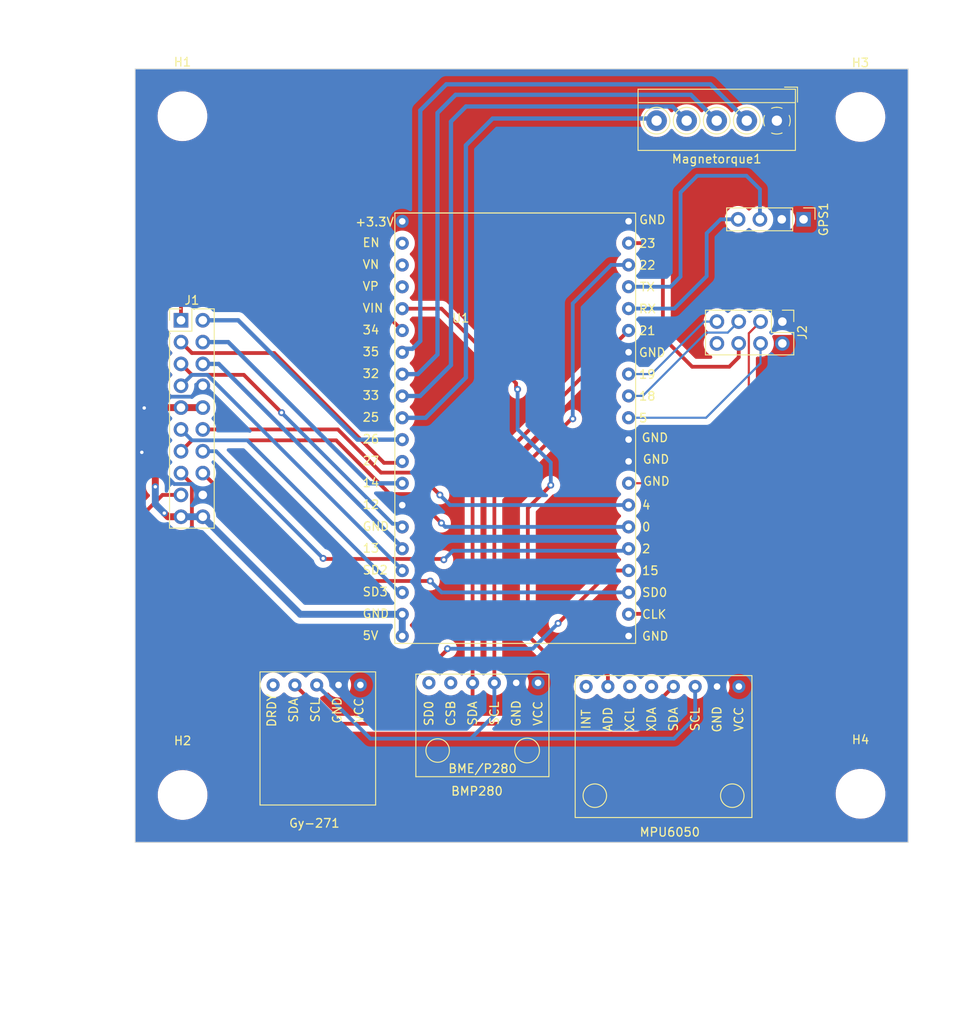
<source format=kicad_pcb>
(kicad_pcb (version 20221018) (generator pcbnew)
  (layers (0 "F.Cu" signal) (31 "B.Cu" signal) (34 "B.Paste" user) (35 "F.Paste" user) (36 "B.SilkS" user "B.Silkscreen") (37 "F.SilkS" user "F.Silkscreen") (38 "B.Mask" user) (39 "F.Mask" user) (44 "Edge.Cuts" user))
  (net 0 "")
  (net 1 "+3.3V")
  (net 2 "Earth")
  (net 3 "SCL")
  (net 4 "SDA")
  (net 6 "G32")
  (net 7 "G33")
  (net 8 "G25")
  (net 9 "G26")
  (net 12 "AD0")
  (net 17 "G35")
  (net 18 "G27")
  (net 19 "G14")
  (net 20 "G12")
  (net 21 "G13")
  (net 22 "SD2")
  (net 23 "SD3")
  (net 24 "CMD")
  (net 25 "+5V")
  (net 26 "MOSI")
  (net 27 "TX")
  (net 28 "RX")
  (net 29 "MISO")
  (net 30 "SCK")
  (net 31 "CNS")
  (net 32 "CE")
  (net 33 "0")
  (net 34 "2")
  (net 35 "15")
  (net 36 "SD1")
  (net 37 "SD0")
  (net 38 "CLK")
  (footprint "MountingHole:MountingHole_5.3mm_M5" (layer "F.Cu") (at 101.65 53.735)
    (fp_text reference "H1" (at 0 -6.3) (layer "F.SilkS"))
    (fp_text value "MountingHole")
    (pad "" np_thru_hole circle (at 0 0) (size 5.3 5.3) (drill 5.3) (layers "*.Cu" "*.Mask"))
  )
  (footprint "Connector_PinHeader_2.54mm:PinHeader_1x04_P2.54mm_Vertical" (layer "F.Cu") (at 173.96 65.73 -90)
    (fp_text reference "GPS1" (at 0 -2.33 90) (layer "F.SilkS"))
    (fp_text value "Conn_01x04_Pin" hide)
    (fp_line (start -1.33 -1.33) (end 0 -1.33) (stroke (width 0.12)) (layer "F.SilkS"))
    (fp_line (start -1.33 0) (end -1.33 -1.33) (stroke (width 0.12)) (layer "F.SilkS"))
    (fp_line (start -1.33 1.27) (end -1.33 8.95) (stroke (width 0.12)) (layer "F.SilkS"))
    (fp_line (start -1.33 1.27) (end 1.33 1.27) (stroke (width 0.12)) (layer "F.SilkS"))
    (fp_line (start -1.33 8.95) (end 1.33 8.95) (stroke (width 0.12)) (layer "F.SilkS"))
    (fp_line (start 1.33 1.27) (end 1.33 8.95) (stroke (width 0.12)) (layer "F.SilkS"))
    (pad "1" thru_hole rect (at 0 0 270) (size 1.7 1.7) (drill 1) (layers "*.Cu" "*.Mask") (net 1 "+3.3V"))
    (pad "2" thru_hole oval (at 0 2.54 270) (size 1.7 1.7) (drill 1) (layers "*.Cu" "*.Mask") (net 2 "Earth"))
    (pad "3" thru_hole oval (at 0 5.08 270) (size 1.7 1.7) (drill 1) (layers "*.Cu" "*.Mask") (net 27 "TX"))
    (pad "4" thru_hole oval (at 0 7.62 270) (size 1.7 1.7) (drill 1) (layers "*.Cu" "*.Mask") (net 28 "RX"))
  )
  (footprint "MountingHole:MountingHole_5.3mm_M5" (layer "F.Cu") (at 180.59 132.575)
    (fp_text reference "H4" (at 0 -6.3) (layer "F.SilkS"))
    (fp_text value "MountingHole")
    (pad "" np_thru_hole circle (at 0 0) (size 5.3 5.3) (drill 5.3) (layers "*.Cu" "*.Mask"))
  )
  (footprint "Library:module_mpu6050" (layer "F.Cu") (at 148.643 120.09 -90)
    (fp_text reference "MPU6050" (at 16.945 -9.747) (layer "F.SilkS"))
    (fp_text value "Conn_01x08_Pin")
    (fp_text user "VCC" (at 3.81 -17.78 90) (layer "F.SilkS"))
    (fp_text user "SDA" (at 3.81 -10.16 90) (layer "F.SilkS"))
    (fp_text user "SCL" (at 3.81 -12.7 90) (layer "F.SilkS"))
    (fp_text user "XCL" (at 3.81 -5.08 90) (layer "F.SilkS"))
    (fp_text user "XDA" (at 3.81 -7.62 90) (layer "F.SilkS"))
    (fp_text user "GND" (at 3.81 -15.24 90) (layer "F.SilkS"))
    (fp_text user "ADD" (at 3.81 -2.54 90) (layer "F.SilkS"))
    (fp_text user "INT" (at 3.81 0 90) (layer "F.SilkS"))
    (fp_line (start -1.27 -19.304) (end 15.24 -19.304) (stroke (width 0.12)) (layer "F.SilkS"))
    (fp_line (start -1.27 1.27) (end -1.27 -19.304) (stroke (width 0.12)) (layer "F.SilkS"))
    (fp_line (start 15.24 -19.304) (end 15.24 1.27) (stroke (width 0.12)) (layer "F.SilkS"))
    (fp_line (start 15.24 1.27) (end -1.27 1.27) (stroke (width 0.12)) (layer "F.SilkS"))
    (fp_circle (center 12.7 -17.018) (end 13.208 -15.748) (stroke (width 0.12)) (fill none) (layer "F.SilkS"))
    (fp_circle (center 12.7 -1.016) (end 13.208 0.254) (stroke (width 0.12)) (fill none) (layer "F.SilkS"))
    (pad "1" thru_hole circle (at 0 -17.78 270) (size 1.524 1.524) (drill 0.762) (layers "*.Cu" "*.Mask") (net 1 "+3.3V"))
    (pad "2" thru_hole circle (at 0 -15.24 270) (size 1.524 1.524) (drill 0.762) (layers "*.Cu" "*.Mask") (net 2 "Earth"))
    (pad "3" thru_hole circle (at 0 -12.7 270) (size 1.524 1.524) (drill 0.762) (layers "*.Cu" "*.Mask") (net 3 "SCL"))
    (pad "4" thru_hole circle (at 0 -10.16 270) (size 1.524 1.524) (drill 0.762) (layers "*.Cu" "*.Mask") (net 4 "SDA"))
    (pad "5" thru_hole circle (at 0 -7.62 270) (size 1.524 1.524) (drill 0.762) (layers "*.Cu" "*.Mask"))
    (pad "6" thru_hole circle (at 0 -5.08 270) (size 1.524 1.524) (drill 0.762) (layers "*.Cu" "*.Mask"))
    (pad "7" thru_hole circle (at 0 -2.54 270) (size 1.524 1.524) (drill 0.762) (layers "*.Cu" "*.Mask") (net 12 "AD0"))
    (pad "8" thru_hole circle (at 0 0 270) (size 1.524 1.524) (drill 0.762) (layers "*.Cu" "*.Mask"))
  )
  (footprint "TerminalBlock_4Ucon:TerminalBlock_4Ucon_1x05_P3.50mm_Horizontal" (layer "F.Cu") (at 170.85 54.25 180)
    (fp_text reference "Magnetorque1" (at 7 -4.46) (layer "F.SilkS"))
    (fp_text value "Screw_Terminal_01x05")
    (fp_line (start -2.4 2.16) (end -2.4 3.9) (stroke (width 0.12)) (layer "F.SilkS"))
    (fp_line (start -2.4 3.9) (end -0.9 3.9) (stroke (width 0.12)) (layer "F.SilkS"))
    (fp_line (start -2.16 -3.46) (end -2.16 3.66) (stroke (width 0.12)) (layer "F.SilkS"))
    (fp_line (start -2.16 -3.46) (end 16.16 -3.46) (stroke (width 0.12)) (layer "F.SilkS"))
    (fp_line (start -2.16 2.1) (end 16.16 2.1) (stroke (width 0.12)) (layer "F.SilkS"))
    (fp_line (start -2.16 3.66) (end 16.16 3.66) (stroke (width 0.12)) (layer "F.SilkS"))
    (fp_line (start 16.16 -3.46) (end 16.16 3.66) (stroke (width 0.12)) (layer "F.SilkS"))
    (fp_arc (start -1.432109 0.607742) (mid -1.555727 -0.00014) (end -1.432 -0.608) (stroke (width 0.12)) (layer "F.SilkS"))
    (fp_arc (start -0.607742 -1.432109) (mid 0.00014 -1.555727) (end 0.608 -1.432) (stroke (width 0.12)) (layer "F.SilkS"))
    (fp_arc (start 0.027011 1.555493) (mid -0.296984 1.527118) (end -0.608 1.432) (stroke (width 0.12)) (layer "F.SilkS"))
    (fp_arc (start 0.607587 1.431385) (mid 0.310017 1.523783) (end 0 1.555) (stroke (width 0.12)) (layer "F.SilkS"))
    (fp_arc (start 1.432109 -0.607742) (mid 1.555727 0.00014) (end 1.432 0.608) (stroke (width 0.12)) (layer "F.SilkS"))
    (fp_circle (center 3.5 0) (end 5.055 0) (stroke (width 0.12)) (fill none) (layer "F.SilkS"))
    (fp_circle (center 7 0) (end 8.555 0) (stroke (width 0.12)) (fill none) (layer "F.SilkS"))
    (fp_circle (center 10.5 0) (end 12.055 0) (stroke (width 0.12)) (fill none) (layer "F.SilkS"))
    (fp_circle (center 14 0) (end 15.555 0) (stroke (width 0.12)) (fill none) (layer "F.SilkS"))
    (pad "1" thru_hole rect (at 0 0 180) (size 2.4 2.4) (drill 1.2) (layers "*.Cu" "*.Mask") (net 2 "Earth"))
    (pad "2" thru_hole circle (at 3.5 0 180) (size 2.4 2.4) (drill 1.2) (layers "*.Cu" "*.Mask") (net 6 "G32"))
    (pad "3" thru_hole circle (at 7 0 180) (size 2.4 2.4) (drill 1.2) (layers "*.Cu" "*.Mask") (net 7 "G33"))
    (pad "4" thru_hole circle (at 10.5 0 180) (size 2.4 2.4) (drill 1.2) (layers "*.Cu" "*.Mask") (net 8 "G25"))
    (pad "5" thru_hole circle (at 14 0 180) (size 2.4 2.4) (drill 1.2) (layers "*.Cu" "*.Mask") (net 9 "G26"))
  )
  (footprint "MountingHole:MountingHole_5.3mm_M5" (layer "F.Cu") (at 101.67 132.705)
    (fp_text reference "H2" (at 0 -6.3) (layer "F.SilkS"))
    (fp_text value "MountingHole")
    (pad "" np_thru_hole circle (at 0 0) (size 5.3 5.3) (drill 5.3) (layers "*.Cu" "*.Mask"))
  )
  (footprint "Library:module_bme280" (layer "F.Cu") (at 130.6 124.74 -90)
    (fp_text reference "BMP280" (at 7.523 -5.339) (layer "F.SilkS"))
    (fp_text value "Conn_01x06_Pin")
    (fp_text user "CSB" (at -1.524 -2.286 90) (layer "F.SilkS"))
    (fp_text user "BME/P280" (at 4.903 -5.989) (layer "F.SilkS"))
    (fp_text user "SCL" (at -1.524 -7.366 90) (layer "F.SilkS"))
    (fp_text user "SD0" (at -1.524 0.254 90) (layer "F.SilkS"))
    (fp_text user "SDA" (at -1.524 -4.826 90) (layer "F.SilkS"))
    (fp_text user "GND" (at -1.524 -9.906 90) (layer "F.SilkS"))
    (fp_text user "VCC" (at -1.524 -12.446 90) (layer "F.SilkS"))
    (fp_line (start -6.096 -13.716) (end -6.096 1.778) (stroke (width 0.12)) (layer "F.SilkS"))
    (fp_line (start -6.096 1.778) (end 5.842 1.778) (stroke (width 0.12)) (layer "F.SilkS"))
    (fp_line (start 5.842 -13.716) (end -6.096 -13.716) (stroke (width 0.12)) (layer "F.SilkS"))
    (fp_line (start 5.842 1.778) (end 5.842 -13.716) (stroke (width 0.12)) (layer "F.SilkS"))
    (fp_circle (center 2.794 -11.176) (end 3.81 -10.16) (stroke (width 0.12)) (fill none) (layer "F.SilkS"))
    (fp_circle (center 2.794 -0.762) (end 3.302 0.508) (stroke (width 0.12)) (fill none) (layer "F.SilkS"))
    (pad "1" thru_hole circle (at -5.08 -12.446 270) (size 1.524 1.524) (drill 0.762) (layers "*.Cu" "*.Mask") (net 1 "+3.3V"))
    (pad "2" thru_hole circle (at -5.08 -9.906 270) (size 1.524 1.524) (drill 0.762) (layers "*.Cu" "*.Mask") (net 2 "Earth"))
    (pad "3" thru_hole circle (at -5.08 -7.366 270) (size 1.524 1.524) (drill 0.762) (layers "*.Cu" "*.Mask") (net 3 "SCL"))
    (pad "4" thru_hole circle (at -5.08 -4.826 270) (size 1.524 1.524) (drill 0.762) (layers "*.Cu" "*.Mask") (net 4 "SDA"))
    (pad "5" thru_hole circle (at -5.08 -2.286 270) (size 1.524 1.524) (drill 0.762) (layers "*.Cu" "*.Mask"))
    (pad "6" thru_hole circle (at -5.08 0.254 270) (size 1.524 1.524) (drill 0.762) (layers "*.Cu" "*.Mask"))
  )
  (footprint "Library:Hmc5883l Gy271" (layer "F.Cu") (at 124.111 115.503 -90)
    (fp_text reference "Gy-271" (at 20.492 7.101 unlocked) (layer "F.SilkS"))
    (fp_text value "Conn_01x05_Pin")
    (fp_text user "VCC" (at 7.36 1.91 90) (layer "F.SilkS"))
    (fp_text user "SCL" (at 7.36 6.99 90) (layer "F.SilkS"))
    (fp_text user "SDA" (at 7.36 9.53 90) (layer "F.SilkS"))
    (fp_text user "GND" (at 7.36 4.45 90) (layer "F.SilkS"))
    (fp_text user "DRDY" (at 7.36 12.07 90) (layer "F.SilkS"))
    (fp_line (start 2.88 -0.03) (end 18.374 -0.03) (stroke (width 0.12)) (layer "F.SilkS"))
    (fp_line (start 2.88 13.432) (end 2.88 -0.03) (stroke (width 0.12)) (layer "F.SilkS"))
    (fp_line (start 18.374 -0.03) (end 18.374 13.432) (stroke (width 0.12)) (layer "F.SilkS"))
    (fp_line (start 18.374 13.432) (end 2.88 13.432) (stroke (width 0.12)) (layer "F.SilkS"))
    (pad "1" thru_hole circle (at 4.404 1.748 270) (size 1.524 1.524) (drill 0.762) (layers "*.Cu" "*.Mask") (net 1 "+3.3V"))
    (pad "2" thru_hole circle (at 4.404 4.288 270) (size 1.524 1.524) (drill 0.762) (layers "*.Cu" "*.Mask") (net 2 "Earth"))
    (pad "3" thru_hole circle (at 4.404 6.828 270) (size 1.524 1.524) (drill 0.762) (layers "*.Cu" "*.Mask") (net 3 "SCL"))
    (pad "4" thru_hole circle (at 4.404 9.368 270) (size 1.524 1.524) (drill 0.762) (layers "*.Cu" "*.Mask") (net 4 "SDA"))
    (pad "5" thru_hole circle (at 4.404 11.908 270) (size 1.524 1.524) (drill 0.762) (layers "*.Cu" "*.Mask"))
  )
  (footprint "Connector_PinHeader_2.54mm:PinHeader_2x04_P2.54mm_Vertical" (layer "F.Cu") (at 171.49 77.63 -90)
    (fp_text reference "J2" (at 1.27 -2.33 90) (layer "F.SilkS"))
    (fp_text value "Conn_02x04_Top_Bottom")
    (fp_line (start -1.33 -1.33) (end 0 -1.33) (stroke (width 0.12)) (layer "F.SilkS"))
    (fp_line (start -1.33 0) (end -1.33 -1.33) (stroke (width 0.12)) (layer "F.SilkS"))
    (fp_line (start -1.33 1.27) (end -1.33 8.95) (stroke (width 0.12)) (layer "F.SilkS"))
    (fp_line (start -1.33 1.27) (end 1.27 1.27) (stroke (width 0.12)) (layer "F.SilkS"))
    (fp_line (start -1.33 8.95) (end 3.87 8.95) (stroke (width 0.12)) (layer "F.SilkS"))
    (fp_line (start 1.27 -1.33) (end 3.87 -1.33) (stroke (width 0.12)) (layer "F.SilkS"))
    (fp_line (start 1.27 1.27) (end 1.27 -1.33) (stroke (width 0.12)) (layer "F.SilkS"))
    (fp_line (start 3.87 -1.33) (end 3.87 8.95) (stroke (width 0.12)) (layer "F.SilkS"))
    (pad "1" thru_hole rect (at 0 0 270) (size 1.7 1.7) (drill 1) (layers "*.Cu" "*.Mask") (net 2 "Earth"))
    (pad "2" thru_hole oval (at 0 2.54 270) (size 1.7 1.7) (drill 1) (layers "*.Cu" "*.Mask") (net 32 "CE"))
    (pad "3" thru_hole oval (at 0 5.08 270) (size 1.7 1.7) (drill 1) (layers "*.Cu" "*.Mask") (net 30 "SCK"))
    (pad "4" thru_hole oval (at 0 7.62 270) (size 1.7 1.7) (drill 1) (layers "*.Cu" "*.Mask") (net 29 "MISO"))
    (pad "5" thru_hole oval (at 2.54 0 270) (size 1.7 1.7) (drill 1) (layers "*.Cu" "*.Mask") (net 1 "+3.3V"))
    (pad "6" thru_hole oval (at 2.54 2.54 270) (size 1.7 1.7) (drill 1) (layers "*.Cu" "*.Mask") (net 31 "CNS"))
    (pad "7" thru_hole oval (at 2.54 5.08 270) (size 1.7 1.7) (drill 1) (layers "*.Cu" "*.Mask") (net 26 "MOSI"))
    (pad "8" thru_hole oval (at 2.54 7.62 270) (size 1.7 1.7) (drill 1) (layers "*.Cu" "*.Mask"))
  )
  (footprint "Connector_PinHeader_2.54mm:PinHeader_2x10_P2.54mm_Vertical" (layer "F.Cu") (at 101.48 77.475)
    (fp_text reference "J1" (at 1.27 -2.33) (layer "F.SilkS"))
    (fp_text value "Conn_02x10_Top_Bottom")
    (fp_line (start -1.33 -1.33) (end 0 -1.33) (stroke (width 0.12)) (layer "F.SilkS"))
    (fp_line (start -1.33 0) (end -1.33 -1.33) (stroke (width 0.12)) (layer "F.SilkS"))
    (fp_line (start -1.33 1.27) (end -1.33 24.19) (stroke (width 0.12)) (layer "F.SilkS"))
    (fp_line (start -1.33 1.27) (end 1.27 1.27) (stroke (width 0.12)) (layer "F.SilkS"))
    (fp_line (start -1.33 24.19) (end 3.87 24.19) (stroke (width 0.12)) (layer "F.SilkS"))
    (fp_line (start 1.27 -1.33) (end 3.87 -1.33) (stroke (width 0.12)) (layer "F.SilkS"))
    (fp_line (start 1.27 1.27) (end 1.27 -1.33) (stroke (width 0.12)) (layer "F.SilkS"))
    (fp_line (start 3.87 -1.33) (end 3.87 24.19) (stroke (width 0.12)) (layer "F.SilkS"))
    (pad "1" thru_hole rect (at 0 0) (size 1.7 1.7) (drill 1) (layers "*.Cu" "*.Mask") (net 17 "G35"))
    (pad "2" thru_hole oval (at 2.54 0) (size 1.7 1.7) (drill 1) (layers "*.Cu" "*.Mask") (net 18 "G27"))
    (pad "3" thru_hole oval (at 0 2.54) (size 1.7 1.7) (drill 1) (layers "*.Cu" "*.Mask") (net 19 "G14"))
    (pad "4" thru_hole oval (at 2.54 2.54) (size 1.7 1.7) (drill 1) (layers "*.Cu" "*.Mask") (net 20 "G12"))
    (pad "5" thru_hole oval (at 0 5.08) (size 1.7 1.7) (drill 1) (layers "*.Cu" "*.Mask") (net 21 "G13"))
    (pad "6" thru_hole oval (at 2.54 5.08) (size 1.7 1.7) (drill 1) (layers "*.Cu" "*.Mask") (net 22 "SD2"))
    (pad "7" thru_hole oval (at 0 7.62) (size 1.7 1.7) (drill 1) (layers "*.Cu" "*.Mask") (net 23 "SD3"))
    (pad "8" thru_hole oval (at 2.54 7.62) (size 1.7 1.7) (drill 1) (layers "*.Cu" "*.Mask") (net 2 "Earth"))
    (pad "9" thru_hole oval (at 0 10.16) (size 1.7 1.7) (drill 1) (layers "*.Cu" "*.Mask") (net 25 "+5V"))
    (pad "10" thru_hole oval (at 2.54 10.16) (size 1.7 1.7) (drill 1) (layers "*.Cu" "*.Mask") (net 25 "+5V"))
    (pad "11" thru_hole oval (at 0 12.7) (size 1.7 1.7) (drill 1) (layers "*.Cu" "*.Mask") (net 24 "CMD"))
    (pad "12" thru_hole oval (at 2.54 12.7) (size 1.7 1.7) (drill 1) (layers "*.Cu" "*.Mask") (net 33 "0"))
    (pad "13" thru_hole oval (at 0 15.24) (size 1.7 1.7) (drill 1) (layers "*.Cu" "*.Mask") (net 34 "2"))
    (pad "14" thru_hole oval (at 2.54 15.24) (size 1.7 1.7) (drill 1) (layers "*.Cu" "*.Mask") (net 35 "15"))
    (pad "15" thru_hole oval (at 0 17.78) (size 1.7 1.7) (drill 1) (layers "*.Cu" "*.Mask") (net 36 "SD1"))
    (pad "16" thru_hole oval (at 2.54 17.78) (size 1.7 1.7) (drill 1) (layers "*.Cu" "*.Mask") (net 37 "SD0"))
    (pad "17" thru_hole oval (at 0 20.32) (size 1.7 1.7) (drill 1) (layers "*.Cu" "*.Mask") (net 38 "CLK"))
    (pad "18" thru_hole oval (at 2.54 20.32) (size 1.7 1.7) (drill 1) (layers "*.Cu" "*.Mask") (net 2 "Earth"))
    (pad "19" thru_hole oval (at 0 22.86) (size 1.7 1.7) (drill 1) (layers "*.Cu" "*.Mask") (net 25 "+5V"))
    (pad "20" thru_hole oval (at 2.54 22.86) (size 1.7 1.7) (drill 1) (layers "*.Cu" "*.Mask") (net 25 "+5V"))
  )
  (footprint "Library:ESP32 WROVER FREENOVE" (layer "F.Cu") (at 126.38 64.995)
    (fp_text reference "U1" (at 7.67 12.23 unlocked) (layer "F.SilkS"))
    (fp_text value "~")
    (fp_text user "SD3" (at -3.84 44.67 unlocked) (layer "F.SilkS") (effects (justify left bottom)))
    (fp_text user "CLK" (at 28.69 47.28 unlocked) (layer "F.SilkS") (effects (justify left bottom)))
    (fp_text user "22" (at 28.33 6.66 unlocked) (layer "F.SilkS") (effects (justify left bottom)))
    (fp_text user "27" (at -3.84 29.43 unlocked) (layer "F.SilkS") (effects (justify left bottom)))
    (fp_text user "GND" (at 28.83 31.8 unlocked) (layer "F.SilkS") (effects (justify left bottom)))
    (fp_text user "5" (at 28.33 24.44 unlocked) (layer "F.SilkS") (effects (justify left bottom)))
    (fp_text user "GND" (at 28.65 26.73 unlocked) (layer "F.SilkS") (effects (justify left bottom)))
    (fp_text user "2" (at 28.69 39.66 unlocked) (layer "F.SilkS") (effects (justify left bottom)))
    (fp_text user "GND" (at 28.33 16.82 unlocked) (layer "F.SilkS") (effects (justify left bottom)))
    (fp_text user "23" (at 28.33 4.12 unlocked) (layer "F.SilkS") (effects (justify left bottom)))
    (fp_text user "26" (at -3.84 26.89 unlocked) (layer "F.SilkS") (effects (justify left bottom)))
    (fp_text user "VIN" (at -3.84 11.65 unlocked) (layer "F.SilkS") (effects (justify left bottom)))
    (fp_text user "+3.3V" (at -4.69 1.63 unlocked) (layer "F.SilkS") (effects (justify left bottom)))
    (fp_text user "13" (at -3.84 39.59 unlocked) (layer "F.SilkS") (effects (justify left bottom)))
    (fp_text user "21" (at 28.33 14.28 unlocked) (layer "F.SilkS") (effects (justify left bottom)))
    (fp_text user "15" (at 28.69 42.2 unlocked) (layer "F.SilkS") (effects (justify left bottom)))
    (fp_text user "4" (at 28.69 34.58 unlocked) (layer "F.SilkS") (effects (justify left bottom)))
    (fp_text user "VN" (at -3.84 6.57 unlocked) (layer "F.SilkS") (effects (justify left bottom)))
    (fp_text user "GND" (at -3.84 37.05 unlocked) (layer "F.SilkS") (effects (justify left bottom)))
    (fp_text user "18" (at 28.33 21.9 unlocked) (layer "F.SilkS") (effects (justify left bottom)))
    (fp_text user "34" (at -3.84 14.19 unlocked) (layer "F.SilkS") (effects (justify left bottom)))
    (fp_text user "25" (at -3.84 24.35 unlocked) (layer "F.SilkS") (effects (justify left bottom)))
    (fp_text user "GND" (at 28.78 29.24 unlocked) (layer "F.SilkS") (effects (justify left bottom)))
    (fp_text user "33" (at -3.84 21.81 unlocked) (layer "F.SilkS") (effects (justify left bottom)))
    (fp_text user "SD2" (at -3.84 42.13 unlocked) (layer "F.SilkS") (effects (justify left bottom)))
    (fp_text user "14" (at -3.84 31.97 unlocked) (layer "F.SilkS") (effects (justify left bottom)))
    (fp_text user "RX" (at 28.33 11.74 unlocked) (layer "F.SilkS") (effects (justify left bottom)))
    (fp_text user "12" (at -3.84 34.51 unlocked) (layer "F.SilkS") (effects (justify left bottom)))
    (fp_text user "0" (at 28.69 37.12 unlocked) (layer "F.SilkS") (effects (justify left bottom)))
    (fp_text user "5V" (at -3.84 49.75 unlocked) (layer "F.SilkS") (effects (justify left bottom)))
    (fp_text user "SD0" (at 28.69 44.74 unlocked) (layer "F.SilkS") (effects (justify left bottom)))
    (fp_text user "GND" (at 28.69 49.82 unlocked) (layer "F.SilkS") (effects (justify left bottom)))
    (fp_text user "GND" (at -3.84 47.21 unlocked) (layer "F.SilkS") (effects (justify left bottom)))
    (fp_text user "EN" (at -3.84 4.03 unlocked) (layer "F.SilkS") (effects (justify left bottom)))
    (fp_text user "19" (at 28.33 19.36 unlocked) (layer "F.SilkS") (effects (justify left bottom)))
    (fp_text user "TX" (at 28.44 9.19 unlocked) (layer "F.SilkS") (effects (justify left bottom)))
    (fp_text user "32" (at -3.84 19.27 unlocked) (layer "F.SilkS") (effects (justify left bottom)))
    (fp_text user "35" (at -3.84 16.73 unlocked) (layer "F.SilkS") (effects (justify left bottom)))
    (fp_text user "VP" (at -3.84 9.11 unlocked) (layer "F.SilkS") (effects (justify left bottom)))
    (fp_text user "GND" (at 28.36 1.37 unlocked) (layer "F.SilkS") (effects (justify left bottom)))
    (fp_line (start 0 0) (end 28.03 0) (stroke (width 0.12)) (layer "F.SilkS"))
    (fp_rect (start 0 0) (end 28.03 50.08) (stroke (width 0.12)) (fill none) (layer "F.SilkS"))
    (pad "1" thru_hole circle (at 0.86 0.97) (size 1.524 1.524) (drill 0.762) (layers "*.Cu" "*.Mask") (net 1 "+3.3V"))
    (pad "2" thru_hole circle (at 0.86 3.51) (size 1.524 1.524) (drill 0.762) (layers "*.Cu" "*.Mask"))
    (pad "3" thru_hole circle (at 0.86 6.05) (size 1.524 1.524) (drill 0.762) (layers "*.Cu" "*.Mask"))
    (pad "4" thru_hole circle (at 0.86 8.59) (size 1.524 1.524) (drill 0.762) (layers "*.Cu" "*.Mask"))
    (pad "5" thru_hole circle (at 0.86 11.13) (size 1.524 1.524) (drill 0.762) (layers "*.Cu" "*.Mask") (net 12 "AD0"))
    (pad "6" thru_hole circle (at 0.86 13.67) (size 1.524 1.524) (drill 0.762) (layers "*.Cu" "*.Mask") (net 17 "G35"))
    (pad "7" thru_hole circle (at 0.86 16.21) (size 1.524 1.524) (drill 0.762) (layers "*.Cu" "*.Mask") (net 6 "G32"))
    (pad "8" thru_hole circle (at 0.86 18.75) (size 1.524 1.524) (drill 0.762) (layers "*.Cu" "*.Mask") (net 7 "G33"))
    (pad "9" thru_hole circle (at 0.86 21.29) (size 1.524 1.524) (drill 0.762) (layers "*.Cu" "*.Mask") (net 8 "G25"))
    (pad "10" thru_hole circle (at 0.86 23.83) (size 1.524 1.524) (drill 0.762) (layers "*.Cu" "*.Mask") (net 9 "G26"))
    (pad "11" thru_hole circle (at 0.86 26.37) (size 1.524 1.524) (drill 0.762) (layers "*.Cu" "*.Mask") (net 18 "G27"))
    (pad "12" thru_hole circle (at 0.86 28.91) (size 1.524 1.524) (drill 0.762) (layers "*.Cu" "*.Mask") (net 19 "G14"))
    (pad "13" thru_hole circle (at 0.86 31.45) (size 1.524 1.524) (drill 0.762) (layers "*.Cu" "*.Mask") (net 20 "G12"))
    (pad "14" thru_hole circle (at 0.86 33.99) (size 1.524 1.524) (drill 0.762) (layers "*.Cu" "*.Mask") (net 2 "Earth"))
    (pad "15" thru_hole circle (at 0.86 36.53) (size 1.524 1.524) (drill 0.762) (layers "*.Cu" "*.Mask") (net 21 "G13"))
    (pad "16" thru_hole circle (at 0.86 39.07) (size 1.524 1.524) (drill 0.762) (layers "*.Cu" "*.Mask") (net 22 "SD2"))
    (pad "17" thru_hole circle (at 0.86 41.61) (size 1.524 1.524) (drill 0.762) (layers "*.Cu" "*.Mask") (net 23 "SD3"))
    (pad "18" thru_hole circle (at 0.86 44.15) (size 1.524 1.524) (drill 0.762) (layers "*.Cu" "*.Mask") (net 24 "CMD"))
    (pad "19" thru_hole circle (at 0.86 46.69) (size 1.524 1.524) (drill 0.762) (layers "*.Cu" "*.Mask") (net 25 "+5V"))
    (pad "20" thru_hole circle (at 0.86 49.23) (size 1.524 1.524) (drill 0.762) (layers "*.Cu" "*.Mask") (net 25 "+5V"))
    (pad "21" thru_hole circle (at 27.21 0.96) (size 1.524 1.524) (drill 0.762) (layers "*.Cu" "*.Mask") (net 2 "Earth"))
    (pad "22" thru_hole circle (at 27.21 3.5) (size 1.524 1.524) (drill 0.762) (layers "*.Cu" "*.Mask") (net 26 "MOSI"))
    (pad "23" thru_hole circle (at 27.21 6.04) (size 1.524 1.524) (drill 0.762) (layers "*.Cu" "*.Mask") (net 3 "SCL"))
    (pad "24" thru_hole circle (at 27.21 8.58) (size 1.524 1.524) (drill 0.762) (layers "*.Cu" "*.Mask") (net 27 "TX"))
    (pad "25" thru_hole circle (at 27.21 11.12) (size 1.524 1.524) (drill 0.762) (layers "*.Cu" "*.Mask") (net 28 "RX"))
    (pad "26" thru_hole circle (at 27.21 13.66) (size 1.524 1.524) (drill 0.762) (layers "*.Cu" "*.Mask") (net 4 "SDA"))
    (pad "27" thru_hole circle (at 27.21 16.2) (size 1.524 1.524) (drill 0.762) (layers "*.Cu" "*.Mask") (net 2 "Earth"))
    (pad "28" thru_hole circle (at 27.21 18.74) (size 1.524 1.524) (drill 0.762) (layers "*.Cu" "*.Mask") (net 29 "MISO"))
    (pad "29" thru_hole circle (at 27.21 21.28) (size 1.524 1.524) (drill 0.762) (layers "*.Cu" "*.Mask") (net 30 "SCK"))
    (pad "30" thru_hole circle (at 27.21 23.82) (size 1.524 1.524) (drill 0.762) (layers "*.Cu" "*.Mask") (net 31 "CNS"))
    (pad "31" thru_hole circle (at 27.21 26.36) (size 1.524 1.524) (drill 0.762) (layers "*.Cu" "*.Mask") (net 2 "Earth"))
    (pad "32" thru_hole circle (at 27.21 28.9) (size 1.524 1.524) (drill 0.762) (layers "*.Cu" "*.Mask") (net 2 "Earth"))
    (pad "33" thru_hole circle (at 27.21 31.44) (size 1.524 1.524) (drill 0.762) (layers "*.Cu" "*.Mask") (net 32 "CE"))
    (pad "34" thru_hole circle (at 27.21 33.98) (size 1.524 1.524) (drill 0.762) (layers "*.Cu" "*.Mask") (net 33 "0"))
    (pad "35" thru_hole circle (at 27.21 36.52) (size 1.524 1.524) (drill 0.762) (layers "*.Cu" "*.Mask") (net 34 "2"))
    (pad "36" thru_hole circle (at 27.21 39.06) (size 1.524 1.524) (drill 0.762) (layers "*.Cu" "*.Mask") (net 35 "15"))
    (pad "37" thru_hole circle (at 27.21 41.6) (size 1.524 1.524) (drill 0.762) (layers "*.Cu" "*.Mask") (net 36 "SD1"))
    (pad "38" thru_hole circle (at 27.21 44.14) (size 1.524 1.524) (drill 0.762) (layers "*.Cu" "*.Mask") (net 37 "SD0"))
    (pad "39" thru_hole circle (at 27.21 46.68) (size 1.524 1.524) (drill 0.762) (layers "*.Cu" "*.Mask") (net 38 "CLK"))
    (pad "40" thru_hole circle (at 27.21 49.22) (size 1.524 1.524) (drill 0.762) (layers "*.Cu" "*.Mask") (net 2 "Earth"))
  )
  (footprint "MountingHole:MountingHole_5.3mm_M5" (layer "F.Cu") (at 180.58 53.815)
    (fp_text reference "H3" (at 0 -6.3) (layer "F.SilkS"))
    (fp_text value "MountingHole")
    (pad "" np_thru_hole circle (at 0 0) (size 5.3 5.3) (drill 5.3) (layers "*.Cu" "*.Mask"))
  )
  (gr_rect (start 96.14 48.225) (end 186.14 138.225) (stroke (width 0.1)) (fill none) (layer "Edge.Cuts"))
  (segment (start 96.92 92.84) (end 96.92 87.96) (width 0.44) (layer "F.Cu") (net 2))
  (segment (start 96.92 87.96) (end 97.2 87.68) (width 0.44) (layer "F.Cu") (net 2))
  (via (at 96.92 92.84) (size 0.8) (drill 0.4) (layers "F.Cu" "B.Cu") (net 2))
  (via (at 97.2 87.68) (size 0.8) (drill 0.4) (layers "F.Cu" "B.Cu") (net 2))
  (segment (start 98.515 86.365) (end 102.75 86.365) (width 0.44) (layer "B.Cu") (net 2))
  (segment (start 102.75 86.365) (end 104.02 85.095) (width 0.44) (layer "B.Cu") (net 2))
  (segment (start 96.92 92.84) (end 97.01 92.84) (width 0.44) (layer "B.Cu") (net 2))
  (segment (start 97.2 87.68) (end 98.515 86.365) (width 0.44) (layer "B.Cu") (net 2))
  (segment (start 100.695 96.525) (end 102.75 96.525) (width 0.44) (layer "B.Cu") (net 2))
  (segment (start 102.75 96.525) (end 104.02 97.795) (width 0.44) (layer "B.Cu") (net 2))
  (segment (start 97.01 92.84) (end 100.695 96.525) (width 0.44) (layer "B.Cu") (net 2))
  (segment (start 137.966 119.66) (end 137.966 97.924) (width 0.44) (layer "F.Cu") (net 3))
  (segment (start 137.966 97.924) (end 147.05 88.84) (width 0.44) (layer "F.Cu") (net 3))
  (segment (start 147.05 88.84) (end 147.05 88.9) (width 0.44) (layer "F.Cu") (net 3))
  (segment (start 147.05 88.9) (end 147.09 88.94) (width 0.44) (layer "F.Cu") (net 3))
  (via (at 147.09 88.94) (size 0.8) (drill 0.4) (layers "F.Cu" "B.Cu") (net 3))
  (segment (start 147.09 75.51) (end 151.565 71.035) (width 0.44) (layer "B.Cu") (net 3))
  (segment (start 161.36 123.67) (end 161.343 123.653) (width 0.44) (layer "B.Cu") (net 3))
  (segment (start 161.343 123.653) (end 161.343 120.09) (width 0.44) (layer "B.Cu") (net 3))
  (segment (start 135.22 126.15) (end 137.966 123.404) (width 0.44) (layer "B.Cu") (net 3))
  (segment (start 135.22 126.15) (end 158.88 126.15) (width 0.44) (layer "B.Cu") (net 3))
  (segment (start 151.565 71.035) (end 153.59 71.035) (width 0.44) (layer "B.Cu") (net 3))
  (segment (start 147.09 88.94) (end 147.09 75.51) (width 0.44) (layer "B.Cu") (net 3))
  (segment (start 137.966 123.404) (end 137.966 119.66) (width 0.44) (layer "B.Cu") (net 3))
  (segment (start 123.526 126.15) (end 135.22 126.15) (width 0.44) (layer "B.Cu") (net 3))
  (segment (start 158.88 126.15) (end 161.36 123.67) (width 0.44) (layer "B.Cu") (net 3))
  (segment (start 117.283 119.907) (end 123.526 126.15) (width 0.44) (layer "B.Cu") (net 3))
  (segment (start 154.473 124.42) (end 133.09 124.42) (width 0.44) (layer "F.Cu") (net 4))
  (segment (start 158.803 120.09) (end 154.473 124.42) (width 0.44) (layer "F.Cu") (net 4))
  (segment (start 153.59 78.655) (end 135.426 96.819) (width 0.44) (layer "F.Cu") (net 4))
  (segment (start 135.426 122.084) (end 135.426 119.66) (width 0.44) (layer "F.Cu") (net 4))
  (segment (start 119.256 124.42) (end 133.09 124.42) (width 0.44) (layer "F.Cu") (net 4))
  (segment (start 135.426 96.819) (end 135.426 119.66) (width 0.44) (layer "F.Cu") (net 4))
  (segment (start 133.09 124.42) (end 135.426 122.084) (width 0.44) (layer "F.Cu") (net 4))
  (segment (start 114.743 119.907) (end 119.256 124.42) (width 0.44) (layer "F.Cu") (net 4))
  (segment (start 132.37 50.02) (end 163.12 50.02) (width 0.5) (layer "B.Cu") (net 6))
  (segment (start 129.34 53.05) (end 132.37 50.02) (width 0.5) (layer "B.Cu") (net 6))
  (segment (start 127.655 80.79) (end 128.43 80.79) (width 0.5) (layer "B.Cu") (net 6))
  (segment (start 163.12 50.02) (end 167.35 54.25) (width 0.5) (layer "B.Cu") (net 6))
  (segment (start 128.43 80.79) (end 129.34 79.88) (width 0.5) (layer "B.Cu") (net 6))
  (segment (start 129.34 79.88) (end 129.34 53.05) (width 0.5) (layer "B.Cu") (net 6))
  (segment (start 127.24 81.205) (end 127.655 80.79) (width 0.5) (layer "B.Cu") (net 6))
  (segment (start 133.45 51.24) (end 160.84 51.24) (width 0.5) (layer "B.Cu") (net 7))
  (segment (start 127.24 83.745) (end 129.045 83.745) (width 0.5) (layer "B.Cu") (net 7))
  (segment (start 160.84 51.24) (end 163.85 54.25) (width 0.5) (layer "B.Cu") (net 7))
  (segment (start 129.045 83.745) (end 131.34 81.45) (width 0.5) (layer "B.Cu") (net 7))
  (segment (start 131.34 81.45) (end 131.34 53.35) (width 0.5) (layer "B.Cu") (net 7))
  (segment (start 131.34 53.35) (end 133.45 51.24) (width 0.5) (layer "B.Cu") (net 7))
  (segment (start 134.66 52.6) (end 132.91 54.35) (width 0.5) (layer "B.Cu") (net 8))
  (segment (start 132.91 82.69) (end 129.315 86.285) (width 0.5) (layer "B.Cu") (net 8))
  (segment (start 129.315 86.285) (end 127.24 86.285) (width 0.5) (layer "B.Cu") (net 8))
  (segment (start 160.35 54.25) (end 158.7 52.6) (width 0.5) (layer "B.Cu") (net 8))
  (segment (start 132.91 54.35) (end 132.91 82.69) (width 0.5) (layer "B.Cu") (net 8))
  (segment (start 158.7 52.6) (end 134.66 52.6) (width 0.5) (layer "B.Cu") (net 8))
  (segment (start 137.765 54) (end 156.6 54) (width 0.5) (layer "B.Cu") (net 9))
  (segment (start 127.24 88.825) (end 129.955 88.825) (width 0.5) (layer "B.Cu") (net 9))
  (segment (start 134.65 57.115) (end 137.765 54) (width 0.5) (layer "B.Cu") (net 9))
  (segment (start 129.955 88.825) (end 134.65 84.13) (width 0.5) (layer "B.Cu") (net 9))
  (segment (start 134.65 84.13) (end 134.65 57.115) (width 0.5) (layer "B.Cu") (net 9))
  (segment (start 156.6 54) (end 156.85 54.25) (width 0.5) (layer "B.Cu") (net 9))
  (segment (start 141.86 114.14) (end 144.45 116.73) (width 0.44) (layer "F.Cu") (net 12))
  (segment (start 140.49 85.33) (end 140.67 85.51) (width 0.44) (layer "F.Cu") (net 12))
  (segment (start 144.53 96.66) (end 141.86 99.33) (width 0.44) (layer "F.Cu") (net 12))
  (segment (start 144.45 116.73) (end 149.11 116.73) (width 0.44) (layer "F.Cu") (net 12))
  (segment (start 131.815 76.125) (end 140.49 84.8) (width 0.44) (layer "F.Cu") (net 12))
  (segment (start 140.49 84.8) (end 140.49 85.33) (width 0.44) (layer "F.Cu") (net 12))
  (segment (start 141.86 99.33) (end 141.86 114.14) (width 0.44) (layer "F.Cu") (net 12))
  (segment (start 149.11 116.73) (end 151.183 118.803) (width 0.44) (layer "F.Cu") (net 12))
  (segment (start 151.183 118.803) (end 151.183 120.09) (width 0.44) (layer "F.Cu") (net 12))
  (segment (start 127.24 76.125) (end 131.815 76.125) (width 0.44) (layer "F.Cu") (net 12))
  (via (at 140.67 85.51) (size 0.8) (drill 0.4) (layers "F.Cu" "B.Cu") (net 12))
  (via (at 144.53 96.66) (size 0.8) (drill 0.4) (layers "F.Cu" "B.Cu") (net 12))
  (segment (start 144.53 94.03) (end 140.67 90.17) (width 0.44) (layer "B.Cu") (net 12))
  (segment (start 140.67 90.17) (end 140.67 85.51) (width 0.44) (layer "B.Cu") (net 12))
  (segment (start 144.53 96.66) (end 144.53 94.03) (width 0.44) (layer "B.Cu") (net 12))
  (segment (start 102 74.65) (end 123.225 74.65) (width 0.44) (layer "F.Cu") (net 17))
  (segment (start 101.48 75.17) (end 102 74.65) (width 0.44) (layer "F.Cu") (net 17))
  (segment (start 123.225 74.65) (end 127.24 78.665) (width 0.44) (layer "F.Cu") (net 17))
  (segment (start 101.48 77.475) (end 101.48 75.17) (width 0.44) (layer "F.Cu") (net 17))
  (segment (start 104.02 77.475) (end 108.135 77.475) (width 0.5) (layer "B.Cu") (net 18))
  (segment (start 122.025 91.365) (end 127.24 91.365) (width 0.5) (layer "B.Cu") (net 18))
  (segment (start 108.135 77.475) (end 122.025 91.365) (width 0.5) (layer "B.Cu") (net 18))
  (segment (start 125.11 94.06) (end 127.085 94.06) (width 0.44) (layer "F.Cu") (net 19))
  (segment (start 112.335 81.285) (end 125.11 94.06) (width 0.44) (layer "F.Cu") (net 19))
  (segment (start 102.75 81.285) (end 112.335 81.285) (width 0.44) (layer "F.Cu") (net 19))
  (segment (start 101.48 80.015) (end 102.75 81.285) (width 0.44) (layer "F.Cu") (net 19))
  (segment (start 127.085 94.06) (end 127.24 93.905) (width 0.44) (layer "F.Cu") (net 19))
  (segment (start 123.415 96.445) (end 127.24 96.445) (width 0.5) (layer "B.Cu") (net 20))
  (segment (start 104.02 80.015) (end 106.985 80.015) (width 0.5) (layer "B.Cu") (net 20))
  (segment (start 106.985 80.015) (end 123.415 96.445) (width 0.5) (layer "B.Cu") (net 20))
  (segment (start 101.48 82.555) (end 102.75 83.825) (width 0.44) (layer "F.Cu") (net 21))
  (segment (start 108.795 83.825) (end 113.19 88.22) (width 0.44) (layer "F.Cu") (net 21))
  (segment (start 102.75 83.825) (end 108.795 83.825) (width 0.44) (layer "F.Cu") (net 21))
  (via (at 113.19 88.22) (size 0.8) (drill 0.4) (layers "F.Cu" "B.Cu") (net 21))
  (segment (start 126.12 101.15) (end 126.865 101.15) (width 0.44) (layer "B.Cu") (net 21))
  (segment (start 113.19 88.22) (end 126.12 101.15) (width 0.44) (layer "B.Cu") (net 21))
  (segment (start 126.865 101.15) (end 127.24 101.525) (width 0.44) (layer "B.Cu") (net 21))
  (segment (start 127.24 103.92) (end 127.24 104.065) (width 0.5) (layer "B.Cu") (net 22))
  (segment (start 104.02 82.555) (end 105.875 82.555) (width 0.5) (layer "B.Cu") (net 22))
  (segment (start 105.875 82.555) (end 127.24 103.92) (width 0.5) (layer "B.Cu") (net 22))
  (segment (start 102.75 83.825) (end 104.546052 83.825) (width 0.44) (layer "B.Cu") (net 23))
  (segment (start 104.546052 83.825) (end 127.24 106.518948) (width 0.44) (layer "B.Cu") (net 23))
  (segment (start 127.24 106.518948) (end 127.24 106.605) (width 0.44) (layer "B.Cu") (net 23))
  (segment (start 101.48 85.095) (end 102.75 83.825) (width 0.44) (layer "B.Cu") (net 23))
  (segment (start 126.905 109.145) (end 127.24 109.145) (width 0.44) (layer "B.Cu") (net 24))
  (segment (start 102.75 91.445) (end 109.205 91.445) (width 0.44) (layer "B.Cu") (net 24))
  (segment (start 101.48 90.175) (end 102.75 91.445) (width 0.44) (layer "B.Cu") (net 24))
  (segment (start 109.205 91.445) (end 126.905 109.145) (width 0.44) (layer "B.Cu") (net 24))
  (segment (start 99.965 100.335) (end 101.48 100.335) (width 0.8) (layer "F.Cu") (net 25))
  (segment (start 98.49 96.85) (end 98.49 88.76) (width 0.8) (layer "F.Cu") (net 25))
  (segment (start 98.49 88.76) (end 99.615 87.635) (width 0.8) (layer "F.Cu") (net 25))
  (segment (start 99.615 87.635) (end 101.48 87.635) (width 0.8) (layer "F.Cu") (net 25))
  (segment (start 99.54 99.91) (end 99.965 100.335) (width 0.8) (layer "F.Cu") (net 25))
  (segment (start 101.48 87.635) (end 104.02 87.635) (width 0.8) (layer "F.Cu") (net 25))
  (via (at 99.54 99.91) (size 0.8) (drill 0.4) (layers "F.Cu" "B.Cu") (net 25))
  (via (at 98.49 96.85) (size 0.8) (drill 0.4) (layers "F.Cu" "B.Cu") (net 25))
  (segment (start 98.49 96.85) (end 98.49 98.86) (width 0.8) (layer "B.Cu") (net 25))
  (segment (start 127.24 111.685) (end 127.24 114.225) (width 0.8) (layer "B.Cu") (net 25))
  (segment (start 98.49 98.86) (end 99.54 99.91) (width 0.8) (layer "B.Cu") (net 25))
  (segment (start 115.37 111.685) (end 127.24 111.685) (width 0.8) (layer "B.Cu") (net 25))
  (segment (start 104.02 100.335) (end 101.48 100.335) (width 0.8) (layer "B.Cu") (net 25))
  (segment (start 104.02 100.335) (end 115.37 111.685) (width 0.8) (layer "B.Cu") (net 25))
  (segment (start 153.59 68.495) (end 155.695 68.495) (width 0.44) (layer "F.Cu") (net 26))
  (segment (start 155.695 68.495) (end 157.58 70.38) (width 0.44) (layer "F.Cu") (net 26))
  (segment (start 157.58 70.38) (end 157.58 79.47) (width 0.44) (layer "F.Cu") (net 26))
  (segment (start 166.41 81.78) (end 166.41 80.17) (width 0.44) (layer "F.Cu") (net 26))
  (segment (start 165.31 82.88) (end 166.41 81.78) (width 0.44) (layer "F.Cu") (net 26))
  (segment (start 157.58 79.47) (end 160.99 82.88) (width 0.44) (layer "F.Cu") (net 26))
  (segment (start 160.99 82.88) (end 165.31 82.88) (width 0.44) (layer "F.Cu") (net 26))
  (segment (start 167.31 60.66) (end 168.88 62.23) (width 0.44) (layer "B.Cu") (net 27))
  (segment (start 158.465 73.575) (end 159.64 72.4) (width 0.44) (layer "B.Cu") (net 27))
  (segment (start 159.64 72.4) (end 159.64 62.6) (width 0.44) (layer "B.Cu") (net 27))
  (segment (start 168.88 62.23) (end 168.88 65.73) (width 0.44) (layer "B.Cu") (net 27))
  (segment (start 153.59 73.575) (end 158.465 73.575) (width 0.44) (layer "B.Cu") (net 27))
  (segment (start 161.58 60.66) (end 167.31 60.66) (width 0.44) (layer "B.Cu") (net 27))
  (segment (start 159.64 62.6) (end 161.58 60.66) (width 0.44) (layer "B.Cu") (net 27))
  (segment (start 153.59 76.115) (end 158.905 76.115) (width 0.44) (layer "B.Cu") (net 28))
  (segment (start 162.68 67.35) (end 164.3 65.73) (width 0.44) (layer "B.Cu") (net 28))
  (segment (start 158.905 76.115) (end 162.68 72.34) (width 0.44) (layer "B.Cu") (net 28))
  (segment (start 162.68 72.34) (end 162.68 67.35) (width 0.44) (layer "B.Cu") (net 28))
  (segment (start 164.3 65.73) (end 166.34 65.73) (width 0.44) (layer "B.Cu") (net 28))
  (segment (start 156.275 83.735) (end 153.59 83.735) (width 0.25) (layer "B.Cu") (net 29))
  (segment (start 163.87 77.63) (end 162.38 77.63) (width 0.25) (layer "B.Cu") (net 29))
  (segment (start 162.38 77.63) (end 156.275 83.735) (width 0.25) (layer "B.Cu") (net 29))
  (segment (start 165.13 78.91) (end 166.41 77.63) (width 0.25) (layer "B.Cu") (net 30))
  (segment (start 155.235 86.275) (end 162.6 78.91) (width 0.25) (layer "B.Cu") (net 30))
  (segment (start 162.6 78.91) (end 165.13 78.91) (width 0.25) (layer "B.Cu") (net 30))
  (segment (start 153.59 86.275) (end 155.235 86.275) (width 0.25) (layer "B.Cu") (net 30))
  (segment (start 168.95 80.17) (end 168.95 82.48) (width 0.25) (layer "B.Cu") (net 31))
  (segment (start 162.615 88.815) (end 153.59 88.815) (width 0.25) (layer "B.Cu") (net 31))
  (segment (start 168.95 82.48) (end 162.615 88.815) (width 0.25) (layer "B.Cu") (net 31))
  (segment (start 167.585 86.615) (end 157.765 96.435) (width 0.25) (layer "F.Cu") (net 32))
  (segment (start 157.765 96.435) (end 153.59 96.435) (width 0.25) (layer "F.Cu") (net 32))
  (segment (start 168.95 77.63) (end 167.585 78.995) (width 0.25) (layer "F.Cu") (net 32))
  (segment (start 167.585 78.995) (end 167.585 86.615) (width 0.25) (layer "F.Cu") (net 32))
  (segment (start 124.77 95.2) (end 129.02 95.2) (width 0.44) (layer "F.Cu") (net 33))
  (segment (start 129.02 95.2) (end 131.623 97.803) (width 0.44) (layer "F.Cu") (net 33))
  (segment (start 119.745 90.175) (end 124.77 95.2) (width 0.44) (layer "F.Cu") (net 33))
  (segment (start 104.02 90.175) (end 119.745 90.175) (width 0.44) (layer "F.Cu") (net 33))
  (via (at 131.623 97.803) (size 0.8) (drill 0.4) (layers "F.Cu" "B.Cu") (net 33))
  (segment (start 132.795 98.975) (end 153.59 98.975) (width 0.44) (layer "B.Cu") (net 33))
  (segment (start 131.623 97.803) (end 132.795 98.975) (width 0.44) (layer "B.Cu") (net 33))
  (segment (start 101.48 92.715) (end 102.75 91.445) (width 0.44) (layer "F.Cu") (net 34))
  (segment (start 102.75 91.445) (end 119.545001 91.445) (width 0.44) (layer "F.Cu") (net 34))
  (segment (start 128.43 97.7) (end 131.8 101.07) (width 0.44) (layer "F.Cu") (net 34))
  (segment (start 125.800001 97.7) (end 128.43 97.7) (width 0.44) (layer "F.Cu") (net 34))
  (segment (start 119.545001 91.445) (end 125.800001 97.7) (width 0.44) (layer "F.Cu") (net 34))
  (via (at 131.8 101.07) (size 0.8) (drill 0.4) (layers "F.Cu" "B.Cu") (net 34))
  (segment (start 131.8 101.07) (end 132.245 101.515) (width 0.44) (layer "B.Cu") (net 34))
  (segment (start 132.245 101.515) (end 153.59 101.515) (width 0.44) (layer "B.Cu") (net 34))
  (segment (start 131.987 105.247) (end 132.08 105.34) (width 0.44) (layer "F.Cu") (net 35))
  (segment (start 118.03 105.18) (end 118.097 105.247) (width 0.44) (layer "F.Cu") (net 35))
  (segment (start 118.097 105.247) (end 131.987 105.247) (width 0.44) (layer "F.Cu") (net 35))
  (via (at 132.08 105.34) (size 0.8) (drill 0.4) (layers "F.Cu" "B.Cu") (net 35))
  (via (at 118.03 105.18) (size 0.8) (drill 0.4) (layers "F.Cu" "B.Cu") (net 35))
  (segment (start 105.565 92.715) (end 118.03 105.18) (width 0.44) (layer "B.Cu") (net 35))
  (segment (start 133.13 104.29) (end 153.355 104.29) (width 0.44) (layer "B.Cu") (net 35))
  (segment (start 104.02 92.715) (end 105.565 92.715) (width 0.44) (layer "B.Cu") (net 35))
  (segment (start 153.355 104.29) (end 153.59 104.055) (width 0.44) (layer "B.Cu") (net 35))
  (segment (start 132.08 105.34) (end 133.13 104.29) (width 0.44) (layer "B.Cu") (net 35))
  (segment (start 102.75 102.98) (end 116.49 116.72) (width 0.44) (layer "F.Cu") (net 36))
  (segment (start 132.35 115.93) (end 132.51 115.77) (width 0.44) (layer "F.Cu") (net 36))
  (segment (start 132.51 115.77) (end 132.51 115.69) (width 0.44) (layer "F.Cu") (net 36))
  (segment (start 151.525 106.595) (end 153.59 106.595) (width 0.44) (layer "F.Cu") (net 36))
  (segment (start 101.48 95.255) (end 102.75 96.525) (width 0.44) (layer "F.Cu") (net 36))
  (segment (start 131.56 116.72) (end 132.35 115.93) (width 0.44) (layer "F.Cu") (net 36))
  (segment (start 145.38 112.74) (end 151.525 106.595) (width 0.44) (layer "F.Cu") (net 36))
  (segment (start 102.75 96.525) (end 102.75 102.98) (width 0.44) (layer "F.Cu") (net 36))
  (segment (start 116.49 116.72) (end 131.56 116.72) (width 0.44) (layer "F.Cu") (net 36))
  (via (at 132.51 115.69) (size 0.8) (drill 0.4) (layers "F.Cu" "B.Cu") (net 36))
  (via (at 145.38 112.74) (size 0.8) (drill 0.4) (layers "F.Cu" "B.Cu") (net 36))
  (segment (start 132.51 115.69) (end 142.43 115.69) (width 0.44) (layer "B.Cu") (net 36))
  (segment (start 142.43 115.69) (end 145.38 112.74) (width 0.44) (layer "B.Cu") (net 36))
  (segment (start 116.575 107.81) (end 130.5 107.81) (width 0.44) (layer "F.Cu") (net 37))
  (segment (start 104.02 95.255) (end 116.575 107.81) (width 0.44) (layer "F.Cu") (net 37))
  (via (at 130.5 107.81) (size 0.8) (drill 0.4) (layers "F.Cu" "B.Cu") (net 37))
  (segment (start 130.5 107.81) (end 131.825 109.135) (width 0.44) (layer "B.Cu") (net 37))
  (segment (start 131.825 109.135) (end 153.59 109.135) (width 0.44) (layer "B.Cu") (net 37))
  (segment (start 166.36 111.63) (end 153.635 111.63) (width 0.44) (layer "F.Cu") (net 38))
  (segment (start 114.11 131.46) (end 165.12 131.46) (width 0.44) (layer "F.Cu") (net 38))
  (segment (start 173.17 123.41) (end 173.17 118.44) (width 0.44) (layer "F.Cu") (net 38))
  (segment (start 101.48 97.795) (end 99.325 97.795) (width 0.44) (layer "F.Cu") (net 38))
  (segment (start 153.635 111.63) (end 153.59 111.675) (width 0.44) (layer "F.Cu") (net 38))
  (segment (start 99.325 97.795) (end 97.56 99.56) (width 0.44) (layer "F.Cu") (net 38))
  (segment (start 173.17 118.44) (end 166.36 111.63) (width 0.44) (layer "F.Cu") (net 38))
  (segment (start 165.12 131.46) (end 173.17 123.41) (width 0.44) (layer "F.Cu") (net 38))
  (segment (start 97.56 114.91) (end 114.11 131.46) (width 0.44) (layer "F.Cu") (net 38))
  (segment (start 97.56 99.56) (end 97.56 114.91) (width 0.44) (layer "F.Cu") (net 38))
  (zone (net 1) (net_name "+3.3V") (layer "F.Cu") (priority 1) (connect_pads yes (clearance 0.7)) (min_thickness 0.4) (fill yes (thermal_gap 0.5) (thermal_bridge_width 0.5))
    (polygon (pts (xy 89.75 44.14) (xy 189.02 44.09) (xy 189.45 149.12) (xy 93.88 149.12) (xy 89.77 44.13)))
  )
  (zone (net 2) (net_name "Earth") (layer "B.Cu") (connect_pads yes (clearance 0.7)) (min_thickness 0.4) (fill yes (thermal_gap 0.5) (thermal_bridge_width 0.5))
    (polygon (pts (xy 84.39 40.21) (xy 192.76 40.49) (xy 192.48 159.38) (xy 80.41 159.1)))
  )
)
</source>
